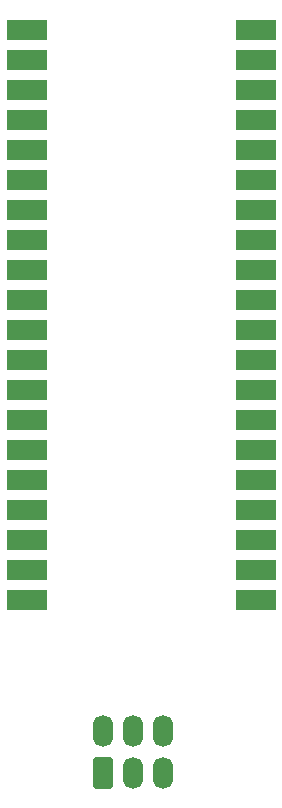
<source format=gbr>
%TF.GenerationSoftware,KiCad,Pcbnew,(6.0.6)*%
%TF.CreationDate,2022-07-18T11:07:28-04:00*%
%TF.ProjectId,picoprobe,7069636f-7072-46f6-9265-2e6b69636164,rev?*%
%TF.SameCoordinates,Original*%
%TF.FileFunction,Copper,L2,Bot*%
%TF.FilePolarity,Positive*%
%FSLAX46Y46*%
G04 Gerber Fmt 4.6, Leading zero omitted, Abs format (unit mm)*
G04 Created by KiCad (PCBNEW (6.0.6)) date 2022-07-18 11:07:28*
%MOMM*%
%LPD*%
G01*
G04 APERTURE LIST*
G04 Aperture macros list*
%AMRoundRect*
0 Rectangle with rounded corners*
0 $1 Rounding radius*
0 $2 $3 $4 $5 $6 $7 $8 $9 X,Y pos of 4 corners*
0 Add a 4 corners polygon primitive as box body*
4,1,4,$2,$3,$4,$5,$6,$7,$8,$9,$2,$3,0*
0 Add four circle primitives for the rounded corners*
1,1,$1+$1,$2,$3*
1,1,$1+$1,$4,$5*
1,1,$1+$1,$6,$7*
1,1,$1+$1,$8,$9*
0 Add four rect primitives between the rounded corners*
20,1,$1+$1,$2,$3,$4,$5,0*
20,1,$1+$1,$4,$5,$6,$7,0*
20,1,$1+$1,$6,$7,$8,$9,0*
20,1,$1+$1,$8,$9,$2,$3,0*%
G04 Aperture macros list end*
%TA.AperFunction,ComponentPad*%
%ADD10R,3.400000X1.700000*%
%TD*%
%TA.AperFunction,ComponentPad*%
%ADD11RoundRect,0.250000X0.600000X-1.100000X0.600000X1.100000X-0.600000X1.100000X-0.600000X-1.100000X0*%
%TD*%
%TA.AperFunction,ComponentPad*%
%ADD12O,1.700000X2.700000*%
%TD*%
G04 APERTURE END LIST*
D10*
%TO.P,U1,1,GPIO0*%
%TO.N,unconnected-(U1-Pad1)*%
X145410000Y-44070000D03*
%TO.P,U1,2,GPIO1*%
%TO.N,unconnected-(U1-Pad2)*%
X145410000Y-46610000D03*
%TO.P,U1,3,GND*%
%TO.N,unconnected-(U1-Pad3)*%
X145410000Y-49150000D03*
%TO.P,U1,4,GPIO2*%
%TO.N,Net-(J1-Pad4)*%
X145410000Y-51690000D03*
%TO.P,U1,5,GPIO3*%
%TO.N,Net-(J1-Pad2)*%
X145410000Y-54230000D03*
%TO.P,U1,6,GPIO4*%
%TO.N,Net-(J1-Pad1)*%
X145410000Y-56770000D03*
%TO.P,U1,7,GPIO5*%
%TO.N,Net-(J1-Pad3)*%
X145410000Y-59310000D03*
%TO.P,U1,8,GND*%
%TO.N,unconnected-(U1-Pad8)*%
X145410000Y-61850000D03*
%TO.P,U1,9,GPIO6*%
%TO.N,unconnected-(U1-Pad9)*%
X145410000Y-64390000D03*
%TO.P,U1,10,GPIO7*%
%TO.N,unconnected-(U1-Pad10)*%
X145410000Y-66930000D03*
%TO.P,U1,11,GPIO8*%
%TO.N,unconnected-(U1-Pad11)*%
X145410000Y-69470000D03*
%TO.P,U1,12,GPIO9*%
%TO.N,unconnected-(U1-Pad12)*%
X145410000Y-72010000D03*
%TO.P,U1,13,GND*%
%TO.N,unconnected-(U1-Pad13)*%
X145410000Y-74550000D03*
%TO.P,U1,14,GPIO10*%
%TO.N,unconnected-(U1-Pad14)*%
X145410000Y-77090000D03*
%TO.P,U1,15,GPIO11*%
%TO.N,unconnected-(U1-Pad15)*%
X145410000Y-79630000D03*
%TO.P,U1,16,GPIO12*%
%TO.N,unconnected-(U1-Pad16)*%
X145410000Y-82170000D03*
%TO.P,U1,17,GPIO13*%
%TO.N,unconnected-(U1-Pad17)*%
X145410000Y-84710000D03*
%TO.P,U1,18,GND*%
%TO.N,unconnected-(U1-Pad18)*%
X145410000Y-87250000D03*
%TO.P,U1,19,GPIO14*%
%TO.N,unconnected-(U1-Pad19)*%
X145410000Y-89790000D03*
%TO.P,U1,20,GPIO15*%
%TO.N,unconnected-(U1-Pad20)*%
X145410000Y-92330000D03*
%TO.P,U1,21,GPIO16*%
%TO.N,unconnected-(U1-Pad21)*%
X164790000Y-92330000D03*
%TO.P,U1,22,GPIO17*%
%TO.N,unconnected-(U1-Pad22)*%
X164790000Y-89790000D03*
%TO.P,U1,23,GND*%
%TO.N,unconnected-(U1-Pad23)*%
X164790000Y-87250000D03*
%TO.P,U1,24,GPIO18*%
%TO.N,unconnected-(U1-Pad24)*%
X164790000Y-84710000D03*
%TO.P,U1,25,GPIO19*%
%TO.N,unconnected-(U1-Pad25)*%
X164790000Y-82170000D03*
%TO.P,U1,26,GPIO20*%
%TO.N,unconnected-(U1-Pad26)*%
X164790000Y-79630000D03*
%TO.P,U1,27,GPIO21*%
%TO.N,unconnected-(U1-Pad27)*%
X164790000Y-77090000D03*
%TO.P,U1,28,GND*%
%TO.N,unconnected-(U1-Pad28)*%
X164790000Y-74550000D03*
%TO.P,U1,29,GPIO22*%
%TO.N,unconnected-(U1-Pad29)*%
X164790000Y-72010000D03*
%TO.P,U1,30,RUN*%
%TO.N,unconnected-(U1-Pad30)*%
X164790000Y-69470000D03*
%TO.P,U1,31,GPIO26_ADC0*%
%TO.N,unconnected-(U1-Pad31)*%
X164790000Y-66930000D03*
%TO.P,U1,32,GPIO27_ADC1*%
%TO.N,unconnected-(U1-Pad32)*%
X164790000Y-64390000D03*
%TO.P,U1,33,AGND*%
%TO.N,unconnected-(U1-Pad33)*%
X164790000Y-61850000D03*
%TO.P,U1,34,GPIO28_ADC2*%
%TO.N,unconnected-(U1-Pad34)*%
X164790000Y-59310000D03*
%TO.P,U1,35,ADC_VREF*%
%TO.N,unconnected-(U1-Pad35)*%
X164790000Y-56770000D03*
%TO.P,U1,36,3V3*%
%TO.N,unconnected-(U1-Pad36)*%
X164790000Y-54230000D03*
%TO.P,U1,37,3V3_EN*%
%TO.N,unconnected-(U1-Pad37)*%
X164790000Y-51690000D03*
%TO.P,U1,38,GND*%
%TO.N,Net-(J1-Pad5)*%
X164790000Y-49150000D03*
%TO.P,U1,39,VSYS*%
%TO.N,Net-(J1-Pad6)*%
X164790000Y-46610000D03*
%TO.P,U1,40,VBUS*%
%TO.N,unconnected-(U1-Pad40)*%
X164790000Y-44070000D03*
%TD*%
D11*
%TO.P,J1,1,Pin_1*%
%TO.N,Net-(J1-Pad1)*%
X151900000Y-107000000D03*
D12*
%TO.P,J1,2,Pin_2*%
%TO.N,Net-(J1-Pad2)*%
X151900000Y-103460000D03*
%TO.P,J1,3,Pin_3*%
%TO.N,Net-(J1-Pad3)*%
X154440000Y-107000000D03*
%TO.P,J1,4,Pin_4*%
%TO.N,Net-(J1-Pad4)*%
X154440000Y-103460000D03*
%TO.P,J1,5,Pin_5*%
%TO.N,Net-(J1-Pad5)*%
X156980000Y-107000000D03*
%TO.P,J1,6,Pin_6*%
%TO.N,Net-(J1-Pad6)*%
X156980000Y-103460000D03*
%TD*%
M02*

</source>
